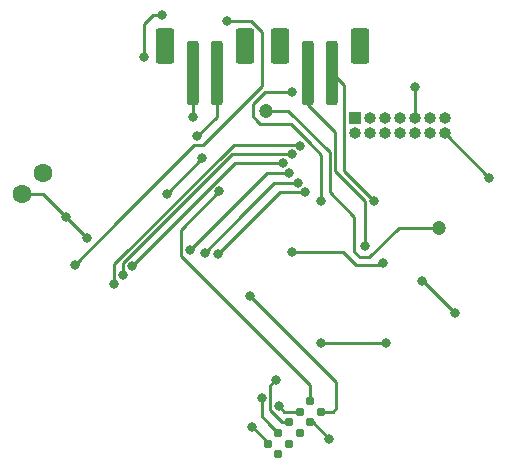
<source format=gbr>
%TF.GenerationSoftware,KiCad,Pcbnew,8.0.5*%
%TF.CreationDate,2025-04-26T14:00:32+02:00*%
%TF.ProjectId,vlvts,766c7674-732e-46b6-9963-61645f706362,rev?*%
%TF.SameCoordinates,Original*%
%TF.FileFunction,Copper,L1,Top*%
%TF.FilePolarity,Positive*%
%FSLAX46Y46*%
G04 Gerber Fmt 4.6, Leading zero omitted, Abs format (unit mm)*
G04 Created by KiCad (PCBNEW 8.0.5) date 2025-04-26 14:00:32*
%MOMM*%
%LPD*%
G01*
G04 APERTURE LIST*
G04 Aperture macros list*
%AMRoundRect*
0 Rectangle with rounded corners*
0 $1 Rounding radius*
0 $2 $3 $4 $5 $6 $7 $8 $9 X,Y pos of 4 corners*
0 Add a 4 corners polygon primitive as box body*
4,1,4,$2,$3,$4,$5,$6,$7,$8,$9,$2,$3,0*
0 Add four circle primitives for the rounded corners*
1,1,$1+$1,$2,$3*
1,1,$1+$1,$4,$5*
1,1,$1+$1,$6,$7*
1,1,$1+$1,$8,$9*
0 Add four rect primitives between the rounded corners*
20,1,$1+$1,$2,$3,$4,$5,0*
20,1,$1+$1,$4,$5,$6,$7,0*
20,1,$1+$1,$6,$7,$8,$9,0*
20,1,$1+$1,$8,$9,$2,$3,0*%
%AMHorizOval*
0 Thick line with rounded ends*
0 $1 width*
0 $2 $3 position (X,Y) of the first rounded end (center of the circle)*
0 $4 $5 position (X,Y) of the second rounded end (center of the circle)*
0 Add line between two ends*
20,1,$1,$2,$3,$4,$5,0*
0 Add two circle primitives to create the rounded ends*
1,1,$1,$2,$3*
1,1,$1,$4,$5*%
G04 Aperture macros list end*
%TA.AperFunction,ConnectorPad*%
%ADD10C,0.787400*%
%TD*%
%TA.AperFunction,SMDPad,CuDef*%
%ADD11RoundRect,0.250000X-0.250000X-2.500000X0.250000X-2.500000X0.250000X2.500000X-0.250000X2.500000X0*%
%TD*%
%TA.AperFunction,SMDPad,CuDef*%
%ADD12RoundRect,0.250000X-0.550000X-1.250000X0.550000X-1.250000X0.550000X1.250000X-0.550000X1.250000X0*%
%TD*%
%TA.AperFunction,ComponentPad*%
%ADD13C,1.600000*%
%TD*%
%TA.AperFunction,ComponentPad*%
%ADD14HorizOval,1.600000X0.000000X0.000000X0.000000X0.000000X0*%
%TD*%
%TA.AperFunction,ComponentPad*%
%ADD15R,1.000000X1.000000*%
%TD*%
%TA.AperFunction,ComponentPad*%
%ADD16O,1.000000X1.000000*%
%TD*%
%TA.AperFunction,ViaPad*%
%ADD17C,0.800000*%
%TD*%
%TA.AperFunction,ViaPad*%
%ADD18C,1.200000*%
%TD*%
%TA.AperFunction,Conductor*%
%ADD19C,0.250000*%
%TD*%
G04 APERTURE END LIST*
D10*
%TO.P,J5,1,VTref*%
%TO.N,VDD*%
X83398025Y-113305923D03*
%TO.P,J5,2,SWDIO/TMS*%
%TO.N,/MCU/SWDIO*%
X82500000Y-114203949D03*
%TO.P,J5,3,GND*%
%TO.N,GND*%
X81601974Y-115101974D03*
%TO.P,J5,4,SWCLK/TCK*%
%TO.N,/MCU/SWDCLK*%
X80703949Y-116000000D03*
%TO.P,J5,5,GND*%
%TO.N,GND*%
X79805923Y-116898025D03*
%TO.P,J5,6,SWO/TDO*%
%TO.N,unconnected-(J5-SWO{slash}TDO-Pad6)*%
X80703949Y-117796051D03*
%TO.P,J5,7,KEY*%
%TO.N,unconnected-(J5-KEY-Pad7)*%
X81601974Y-116898025D03*
%TO.P,J5,8,NC/TDI*%
%TO.N,unconnected-(J5-NC{slash}TDI-Pad8)*%
X82500000Y-116000000D03*
%TO.P,J5,9,GNDDetect*%
%TO.N,GND*%
X83398025Y-115101974D03*
%TO.P,J5,10,~{RESET}*%
%TO.N,/MCU/nRESET*%
X84296051Y-114203949D03*
%TD*%
D11*
%TO.P,BT1,1,+*%
%TO.N,BATT_V*%
X73500000Y-85499999D03*
%TO.P,BT1,2,-*%
%TO.N,GND*%
X75500000Y-85499999D03*
D12*
%TO.P,BT1,MP*%
%TO.N,N/C*%
X77900000Y-83249999D03*
X71100000Y-83249999D03*
%TD*%
D11*
%TO.P,M1,1,+*%
%TO.N,/mot_v1*%
X83249999Y-85500000D03*
%TO.P,M1,2,-*%
%TO.N,Net-(M1--)*%
X85249999Y-85500000D03*
D12*
%TO.P,M1,MP*%
%TO.N,N/C*%
X80849999Y-83250000D03*
X87649999Y-83250000D03*
%TD*%
D13*
%TO.P,TH1,1*%
%TO.N,TEMP*%
X58953949Y-95796051D03*
D14*
%TO.P,TH1,2*%
%TO.N,GND*%
X60750000Y-94000000D03*
%TD*%
D15*
%TO.P,J3,1,Pin_1*%
%TO.N,LED_OE*%
X87175000Y-89375000D03*
D16*
%TO.P,J3,2,Pin_2*%
%TO.N,BTN_L*%
X87175000Y-90645000D03*
%TO.P,J3,3,Pin_3*%
%TO.N,LED_LA*%
X88445000Y-89375000D03*
%TO.P,J3,4,Pin_4*%
%TO.N,BTN_C*%
X88445000Y-90645000D03*
%TO.P,J3,5,Pin_5*%
%TO.N,LED_CLK*%
X89715000Y-89375000D03*
%TO.P,J3,6,Pin_6*%
%TO.N,BTN_R*%
X89715000Y-90645000D03*
%TO.P,J3,7,Pin_7*%
%TO.N,LED_SDI*%
X90985000Y-89375000D03*
%TO.P,J3,8,Pin_8*%
%TO.N,LEDg1*%
X90985000Y-90645000D03*
%TO.P,J3,9,Pin_9*%
%TO.N,GND*%
X92255000Y-89375000D03*
%TO.P,J3,10,Pin_10*%
%TO.N,LEDg2*%
X92255000Y-90645000D03*
%TO.P,J3,11,Pin_11*%
%TO.N,VDD*%
X93525000Y-89375000D03*
%TO.P,J3,12,Pin_12*%
%TO.N,LEDg3*%
X93525000Y-90645000D03*
%TO.P,J3,13,Pin_13*%
%TO.N,GND*%
X94795000Y-89375000D03*
%TO.P,J3,14,Pin_14*%
%TO.N,VEE*%
X94795000Y-90645000D03*
%TD*%
D17*
%TO.N,GND*%
X85000000Y-116500000D03*
%TO.N,/MCU/SWDCLK*%
X79300000Y-113025000D03*
%TO.N,GND*%
X80500000Y-111500000D03*
X78500000Y-115500000D03*
%TO.N,/MCU/SWDIO*%
X80750000Y-113750000D03*
%TO.N,VDD*%
X75708477Y-95533745D03*
%TO.N,VEE*%
X98571178Y-94396446D03*
%TO.N,VCC*%
X84321178Y-96396446D03*
X81821178Y-87146446D03*
%TO.N,GND*%
X81821178Y-100646446D03*
X70821178Y-80646446D03*
X89571178Y-101646446D03*
X92821178Y-103146446D03*
X95618689Y-105848936D03*
X69321178Y-84146446D03*
X73821178Y-90896446D03*
X92250000Y-86750000D03*
%TO.N,Net-(M1--)*%
X88821178Y-96396446D03*
%TO.N,LEDg1*%
X81625602Y-93978083D03*
X73190234Y-100527390D03*
%TO.N,LEDg2*%
X74447706Y-100760262D03*
X82350860Y-94864881D03*
%TO.N,LEDg3*%
X82986660Y-95636089D03*
X75589833Y-100877791D03*
%TO.N,LED_PWR*%
X84321178Y-108396446D03*
X89821178Y-108396446D03*
%TO.N,MOT_PWR*%
X76321178Y-81146446D03*
X63500000Y-101750000D03*
D18*
%TO.N,BATT_V*%
X79651036Y-88726304D03*
D17*
X73500000Y-89249999D03*
X74250000Y-92750000D03*
X71250000Y-95750000D03*
D18*
X94321178Y-98646446D03*
D17*
%TO.N,TEMP*%
X62750000Y-97750000D03*
X64500000Y-99500000D03*
%TO.N,BTN_L*%
X66821178Y-103396446D03*
X82527933Y-91671946D03*
%TO.N,BTN_C*%
X67571178Y-102646446D03*
X81821178Y-92396446D03*
%TO.N,BTN_R*%
X81071178Y-93146446D03*
X68321178Y-101896446D03*
%TO.N,/MCU/nRESET*%
X78321178Y-104396446D03*
%TO.N,/mot_v1*%
X88071178Y-100146446D03*
%TD*%
D19*
%TO.N,GND*%
X83601974Y-115101974D02*
X85000000Y-116500000D01*
X83398025Y-115101974D02*
X83601974Y-115101974D01*
%TO.N,/MCU/SWDCLK*%
X79300000Y-114596051D02*
X79300000Y-113025000D01*
X80000000Y-115296051D02*
X79300000Y-114596051D01*
%TO.N,GND*%
X80025000Y-111975000D02*
X80500000Y-111500000D01*
X80025000Y-114081775D02*
X80025000Y-111975000D01*
X81045199Y-115101974D02*
X80025000Y-114081775D01*
X81601974Y-115101974D02*
X81045199Y-115101974D01*
X79805923Y-116805923D02*
X78500000Y-115500000D01*
X79805923Y-116898025D02*
X79805923Y-116805923D01*
%TO.N,VDD*%
X75708477Y-95533745D02*
X72465234Y-98776988D01*
X72465234Y-98776988D02*
X72465234Y-101040502D01*
X72465234Y-101040502D02*
X83398025Y-111973293D01*
X83398025Y-111973293D02*
X83398025Y-113305923D01*
%TO.N,/MCU/nRESET*%
X78321178Y-104396446D02*
X85615364Y-111690632D01*
X85615364Y-111690632D02*
X85615364Y-113884636D01*
X85615364Y-113884636D02*
X85296051Y-114203949D01*
X85296051Y-114203949D02*
X84296051Y-114203949D01*
%TO.N,/MCU/SWDCLK*%
X80000000Y-115296051D02*
X80703949Y-116000000D01*
%TO.N,/MCU/SWDIO*%
X82500000Y-114203949D02*
X81203949Y-114203949D01*
X81203949Y-114203949D02*
X80750000Y-113750000D01*
%TO.N,VEE*%
X94795000Y-90645000D02*
X98546446Y-94396446D01*
X98546446Y-94396446D02*
X98571178Y-94396446D01*
%TO.N,VCC*%
X78526036Y-89192295D02*
X78526036Y-88191588D01*
X84321178Y-92439886D02*
X83252933Y-91371641D01*
X81732596Y-89851304D02*
X79185045Y-89851304D01*
X84321178Y-96396446D02*
X84321178Y-92439886D01*
X78526036Y-88191588D02*
X79571178Y-87146446D01*
X79185045Y-89851304D02*
X78900682Y-89566941D01*
X79571178Y-87146446D02*
X81821178Y-87146446D01*
X83252933Y-91371641D02*
X81732596Y-89851304D01*
X78900682Y-89566941D02*
X78526036Y-89192295D01*
%TO.N,GND*%
X70071178Y-80646446D02*
X69321178Y-81396446D01*
X69321178Y-81396446D02*
X69321178Y-84146446D01*
X92255000Y-89375000D02*
X92255000Y-86755000D01*
X70821178Y-80646446D02*
X70071178Y-80646446D01*
X95618689Y-105848936D02*
X92916199Y-103146446D01*
X75500000Y-85499999D02*
X75500000Y-89217624D01*
X87301940Y-101796446D02*
X88321178Y-101796446D01*
X92255000Y-86755000D02*
X92250000Y-86750000D01*
X92916199Y-103146446D02*
X92821178Y-103146446D01*
X88321178Y-101796446D02*
X89421178Y-101796446D01*
X86151940Y-100646446D02*
X87111559Y-101606065D01*
X81821178Y-100646446D02*
X86151940Y-100646446D01*
X87111559Y-101606065D02*
X87301940Y-101796446D01*
X89421178Y-101796446D02*
X89571178Y-101646446D01*
X75500000Y-89217624D02*
X73821178Y-90896446D01*
%TO.N,Net-(M1--)*%
X86250000Y-86500001D02*
X85249999Y-85500000D01*
X88821178Y-96396446D02*
X86250000Y-93825268D01*
X86250000Y-93825268D02*
X86250000Y-86500001D01*
%TO.N,LEDg1*%
X79739541Y-93978083D02*
X81625602Y-93978083D01*
X73190234Y-100527390D02*
X76821178Y-96896446D01*
X76821178Y-96896446D02*
X79739541Y-93978083D01*
%TO.N,LEDg2*%
X80352743Y-94864881D02*
X82350860Y-94864881D01*
X77821178Y-97396446D02*
X80352743Y-94864881D01*
X74447706Y-100760262D02*
X77811522Y-97396446D01*
X77811522Y-97396446D02*
X77821178Y-97396446D01*
%TO.N,LEDg3*%
X75589833Y-100877791D02*
X78821178Y-97646446D01*
X80831535Y-95636089D02*
X82986660Y-95636089D01*
X78821178Y-97646446D02*
X80831535Y-95636089D01*
%TO.N,LED_PWR*%
X89821178Y-108396446D02*
X84321178Y-108396446D01*
%TO.N,MOT_PWR*%
X67321178Y-97896446D02*
X67321178Y-97928822D01*
X79321178Y-86646446D02*
X74321178Y-91646446D01*
X79321178Y-82058004D02*
X79321178Y-86646446D01*
X78409620Y-81146446D02*
X79321178Y-82058004D01*
X74321178Y-91646446D02*
X73571178Y-91646446D01*
X73571178Y-91646446D02*
X67321178Y-97896446D01*
X67321178Y-97928822D02*
X63500000Y-101750000D01*
X76321178Y-81146446D02*
X78409620Y-81146446D01*
%TO.N,BATT_V*%
X90879326Y-98646446D02*
X94321178Y-98646446D01*
X79651036Y-88726304D02*
X81526834Y-88726304D01*
X71250000Y-95750000D02*
X74250000Y-92750000D01*
X88379326Y-101146446D02*
X90879326Y-98646446D01*
X85050000Y-95625268D02*
X87146178Y-97721446D01*
X85050000Y-92249470D02*
X85050000Y-95625268D01*
X87571178Y-101146446D02*
X88379326Y-101146446D01*
X87146178Y-100721446D02*
X87571178Y-101146446D01*
X87146178Y-97721446D02*
X87146178Y-100721446D01*
X73499999Y-85499999D02*
X73500000Y-89249999D01*
X81526834Y-88726304D02*
X85050000Y-92249470D01*
%TO.N,TEMP*%
X58953949Y-95796051D02*
X60796051Y-95796051D01*
X64500000Y-99500000D02*
X62750000Y-97750000D01*
X60796051Y-95796051D02*
X62750000Y-97750000D01*
%TO.N,BTN_L*%
X66821178Y-101734745D02*
X76909477Y-91646446D01*
X82502433Y-91646446D02*
X82527933Y-91671946D01*
X79571178Y-91646446D02*
X82502433Y-91646446D01*
X66821178Y-103396446D02*
X66821178Y-101734745D01*
X76909477Y-91646446D02*
X79571178Y-91646446D01*
%TO.N,BTN_C*%
X80321178Y-92396446D02*
X81821178Y-92396446D01*
X67571178Y-102646446D02*
X67571178Y-101621141D01*
X76795873Y-92396446D02*
X80321178Y-92396446D01*
X67571178Y-101621141D02*
X76795873Y-92396446D01*
%TO.N,BTN_R*%
X68321178Y-101896446D02*
X77071178Y-93146446D01*
X77071178Y-93146446D02*
X81071178Y-93146446D01*
%TO.N,/mot_v1*%
X83249999Y-88249999D02*
X85500000Y-90500000D01*
X85500000Y-93789411D02*
X85500000Y-90500000D01*
X88071178Y-100146446D02*
X88071178Y-96360589D01*
X83249999Y-85500000D02*
X83249999Y-88249999D01*
X88071178Y-96360589D02*
X85500000Y-93789411D01*
%TD*%
M02*

</source>
